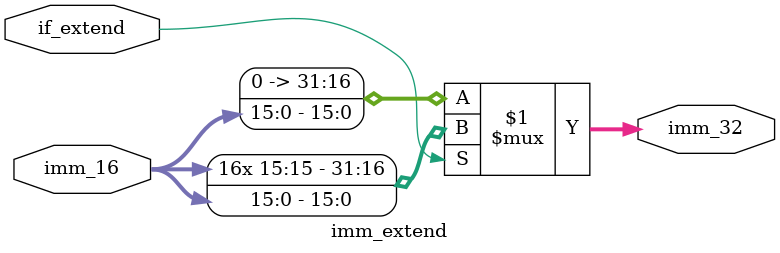
<source format=v>
module imm_extend(imm_16, imm_32, if_extend);

input if_extend;
input [15:0] imm_16;

output [31:0] imm_32;

assign imm_32=(if_extend)? {{16{imm_16[15]}},imm_16}: {16'h0000,imm_16};

endmodule

</source>
